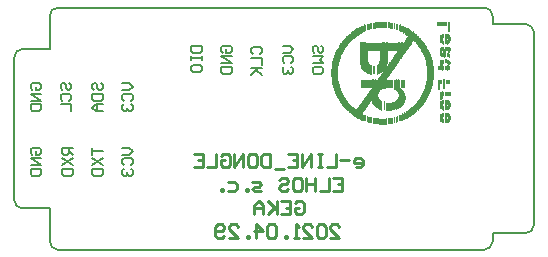
<source format=gbo>
%FSLAX25Y25*%
%MOIN*%
G70*
G01*
G75*
G04 Layer_Color=16776960*
%ADD10R,0.03937X0.03937*%
%ADD11C,0.03937*%
%ADD12R,0.03150X0.03150*%
%ADD13R,0.03150X0.03150*%
%ADD14R,0.00984X0.06299*%
%ADD15R,0.06299X0.00984*%
%ADD16O,0.06299X0.00984*%
%ADD17O,0.03937X0.03937*%
%ADD18R,0.07087X0.04724*%
%ADD19O,0.04000X0.01200*%
%ADD20R,0.04000X0.01200*%
%ADD21R,0.03600X0.03600*%
%ADD22R,0.03600X0.05000*%
%ADD23R,0.09449X0.03937*%
%ADD24R,0.09449X0.12992*%
%ADD25C,0.01000*%
%ADD26C,0.02000*%
%ADD27C,0.04000*%
%ADD28C,0.00787*%
%ADD29C,0.06299*%
%ADD30C,0.03937*%
%ADD31O,0.15748X0.06299*%
%ADD32C,0.06000*%
%ADD33R,0.06000X0.06000*%
%ADD34C,0.11811*%
%ADD35C,0.05512*%
%ADD36C,0.02500*%
%ADD37C,0.04000*%
%ADD38C,0.00984*%
%ADD39C,0.00800*%
%ADD40C,0.01200*%
%ADD41R,0.00000X0.00000*%
%ADD42R,0.07874X0.07874*%
%ADD43C,0.07874*%
%ADD44R,0.03950X0.03950*%
%ADD45R,0.03950X0.03950*%
%ADD46R,0.02184X0.07499*%
%ADD47R,0.07499X0.02184*%
%ADD48O,0.07499X0.02184*%
%ADD49O,0.07874X0.07874*%
%ADD50R,0.07887X0.05524*%
%ADD51O,0.04800X0.02000*%
%ADD52R,0.04800X0.02000*%
%ADD53R,0.04400X0.04400*%
%ADD54R,0.04400X0.05800*%
%ADD55R,0.10249X0.04737*%
%ADD56R,0.10249X0.13792*%
%ADD57C,0.07099*%
%ADD58C,0.04737*%
%ADD59O,0.16548X0.07099*%
%ADD60C,0.06800*%
%ADD61R,0.06800X0.06800*%
%ADD62C,0.12611*%
%ADD63R,0.00129X0.02943*%
%ADD64R,0.00129X0.04972*%
%ADD65R,0.00129X0.06543*%
%ADD66R,0.00129X0.07886*%
%ADD67R,0.00129X0.08900*%
%ADD68R,0.00129X0.09686*%
%ADD69R,0.00129X0.10700*%
%ADD70R,0.00129X0.11486*%
%ADD71R,0.00129X0.11943*%
%ADD72R,0.00129X0.12729*%
%ADD73R,0.00129X0.13286*%
%ADD74R,0.00129X0.13972*%
%ADD75R,0.00129X0.14529*%
%ADD76R,0.00129X0.15086*%
%ADD77R,0.00129X0.15543*%
%ADD78R,0.00129X0.16100*%
%ADD79R,0.00129X0.06914*%
%ADD80R,0.00129X0.06957*%
%ADD81R,0.00129X0.06186*%
%ADD82R,0.00129X0.06214*%
%ADD83R,0.00129X0.05514*%
%ADD84R,0.00129X0.05543*%
%ADD85R,0.00129X0.05300*%
%ADD86R,0.00129X0.04986*%
%ADD87R,0.00129X0.05057*%
%ADD88R,0.00129X0.04800*%
%ADD89R,0.00129X0.04786*%
%ADD90R,0.00129X0.04614*%
%ADD91R,0.00129X0.04643*%
%ADD92R,0.00129X0.04329*%
%ADD93R,0.00129X0.04372*%
%ADD94R,0.00129X0.04372*%
%ADD95R,0.00129X0.04329*%
%ADD96R,0.00129X0.04086*%
%ADD97R,0.00129X0.04157*%
%ADD98R,0.00129X0.04029*%
%ADD99R,0.00129X0.03986*%
%ADD100R,0.00129X0.03972*%
%ADD101R,0.00129X0.03943*%
%ADD102R,0.00129X0.03814*%
%ADD103R,0.00129X0.03872*%
%ADD104R,0.00129X0.03757*%
%ADD105R,0.00129X0.03700*%
%ADD106R,0.00129X0.03643*%
%ADD107R,0.00129X0.03586*%
%ADD108R,0.00129X0.03486*%
%ADD109R,0.00129X0.03514*%
%ADD110R,0.00129X0.03457*%
%ADD111R,0.00129X0.03443*%
%ADD112R,0.00129X0.03300*%
%ADD113R,0.00129X0.03372*%
%ADD114R,0.00129X0.03372*%
%ADD115R,0.00129X0.03300*%
%ADD116R,0.00129X0.03214*%
%ADD117R,0.00129X0.03229*%
%ADD118R,0.00129X0.03186*%
%ADD119R,0.00129X0.03257*%
%ADD120R,0.00129X0.03129*%
%ADD121R,0.00129X0.03086*%
%ADD122R,0.00129X0.03100*%
%ADD123R,0.00129X0.03114*%
%ADD124R,0.00129X0.03072*%
%ADD125R,0.00129X0.03043*%
%ADD126R,0.00129X0.02914*%
%ADD127R,0.00129X0.02972*%
%ADD128R,0.00129X0.02986*%
%ADD129R,0.00129X0.03000*%
%ADD130R,0.00129X0.02957*%
%ADD131R,0.00129X0.02929*%
%ADD132R,0.00129X0.02843*%
%ADD133R,0.00129X0.02814*%
%ADD134R,0.00129X0.02786*%
%ADD135R,0.00129X0.02872*%
%ADD136R,0.00129X0.02657*%
%ADD137R,0.00129X0.02672*%
%ADD138R,0.00129X0.02729*%
%ADD139R,0.00129X0.02700*%
%ADD140R,0.00129X0.02743*%
%ADD141R,0.00129X0.02686*%
%ADD142R,0.00129X0.02614*%
%ADD143R,0.00129X0.02586*%
%ADD144R,0.00129X0.02686*%
%ADD145R,0.00129X0.02743*%
%ADD146R,0.00129X0.02557*%
%ADD147R,0.00129X0.02543*%
%ADD148R,0.00129X0.02529*%
%ADD149R,0.00129X0.02572*%
%ADD150R,0.00129X0.02600*%
%ADD151R,0.00129X0.02472*%
%ADD152R,0.00129X0.02400*%
%ADD153R,0.00129X0.02443*%
%ADD154R,0.00129X0.02429*%
%ADD155R,0.00129X0.02414*%
%ADD156R,0.00129X0.02457*%
%ADD157R,0.00129X0.02486*%
%ADD158R,0.00257X0.02457*%
%ADD159R,0.00129X0.02814*%
%ADD160R,0.00129X0.02300*%
%ADD161R,0.00129X0.03343*%
%ADD162R,0.00129X0.03572*%
%ADD163R,0.00129X0.02272*%
%ADD164R,0.00257X0.02343*%
%ADD165R,0.00129X0.04100*%
%ADD166R,0.00129X0.04200*%
%ADD167R,0.00257X0.02314*%
%ADD168R,0.00129X0.04629*%
%ADD169R,0.00129X0.06600*%
%ADD170R,0.03986X0.02814*%
%ADD171R,0.00129X0.04729*%
%ADD172R,0.00257X0.02286*%
%ADD173R,0.00129X0.07629*%
%ADD174R,0.00129X0.05157*%
%ADD175R,0.00129X0.08014*%
%ADD176R,0.00129X0.05257*%
%ADD177R,0.00129X0.02357*%
%ADD178R,0.00129X0.08400*%
%ADD179R,0.00129X0.05686*%
%ADD180R,0.00129X0.02229*%
%ADD181R,0.00129X0.08657*%
%ADD182R,0.00129X0.05786*%
%ADD183R,0.00129X0.02329*%
%ADD184R,0.00129X0.08786*%
%ADD185R,0.00129X0.06014*%
%ADD186R,0.00129X0.02200*%
%ADD187R,0.00129X0.09043*%
%ADD188R,0.00129X0.02214*%
%ADD189R,0.00129X0.09172*%
%ADD190R,0.00129X0.03714*%
%ADD191R,0.00129X0.02343*%
%ADD192R,0.00257X0.02172*%
%ADD193R,0.00129X0.09300*%
%ADD194R,0.00129X0.03886*%
%ADD195R,0.00257X0.02143*%
%ADD196R,0.00129X0.09429*%
%ADD197R,0.00129X0.03729*%
%ADD198R,0.00257X0.02143*%
%ADD199R,0.00129X0.09557*%
%ADD200R,0.00129X0.03700*%
%ADD201R,0.00257X0.02172*%
%ADD202R,0.00129X0.03743*%
%ADD203R,0.00129X0.09814*%
%ADD204R,0.00257X0.02214*%
%ADD205R,0.00257X0.09943*%
%ADD206R,0.00129X0.03886*%
%ADD207R,0.00257X0.02200*%
%ADD208R,0.00386X0.02186*%
%ADD209R,0.00129X0.10072*%
%ADD210R,0.00129X0.03900*%
%ADD211R,0.00386X0.02229*%
%ADD212R,0.00257X0.10200*%
%ADD213R,0.00129X0.03714*%
%ADD214R,0.00257X0.02157*%
%ADD215R,0.00129X0.10329*%
%ADD216R,0.04371X0.03000*%
%ADD217R,0.00129X0.04629*%
%ADD218R,0.00129X0.02029*%
%ADD219R,0.00129X0.04029*%
%ADD220R,0.00129X0.03900*%
%ADD221R,0.00129X0.02057*%
%ADD222R,0.00257X0.02229*%
%ADD223R,0.00257X0.02186*%
%ADD224R,0.00129X0.03557*%
%ADD225R,0.00129X0.02100*%
%ADD226R,0.00129X0.03357*%
%ADD227R,0.00129X0.02086*%
%ADD228R,0.00386X0.02200*%
%ADD229R,0.00129X0.03386*%
%ADD230R,0.00129X0.03729*%
%ADD231R,0.00386X0.02214*%
%ADD232R,0.00257X0.03186*%
%ADD233R,0.00129X0.02072*%
%ADD234R,0.00129X0.02014*%
%ADD235R,0.00257X0.03114*%
%ADD236R,0.00386X0.02043*%
%ADD237R,0.00129X0.04286*%
%ADD238R,0.01157X0.02914*%
%ADD239R,0.00129X0.07572*%
%ADD240R,0.00129X0.07829*%
%ADD241R,0.00129X0.08086*%
%ADD242R,0.00129X0.08343*%
%ADD243R,0.00514X0.02014*%
%ADD244R,0.00129X0.08472*%
%ADD245R,0.00514X0.02072*%
%ADD246R,0.00129X0.08600*%
%ADD247R,0.00129X0.08729*%
%ADD248R,0.00257X0.08986*%
%ADD249R,0.00129X0.02214*%
%ADD250R,0.00129X0.02200*%
%ADD251R,0.00900X0.02086*%
%ADD252R,0.00386X0.03114*%
%ADD253R,0.00129X0.09114*%
%ADD254R,0.00900X0.02100*%
%ADD255R,0.00129X0.09243*%
%ADD256R,0.00129X0.09372*%
%ADD257R,0.00257X0.03086*%
%ADD258R,0.00257X0.09500*%
%ADD259R,0.00129X0.03186*%
%ADD260R,0.00129X0.09629*%
%ADD261R,0.00129X0.03386*%
%ADD262R,0.00129X0.03957*%
%ADD263R,0.00129X0.02186*%
%ADD264R,0.02700X0.02057*%
%ADD265R,0.00129X0.03457*%
%ADD266R,0.00129X0.04400*%
%ADD267R,0.02700X0.02029*%
%ADD268R,0.00129X0.04343*%
%ADD269R,0.00129X0.03857*%
%ADD270R,0.00129X0.04414*%
%ADD271R,0.00129X0.04486*%
%ADD272R,0.00129X0.04729*%
%ADD273R,0.00129X0.04457*%
%ADD274R,0.00129X0.03114*%
%ADD275R,0.00257X0.10200*%
%ADD276R,0.00129X0.10072*%
%ADD277R,0.00257X0.02943*%
%ADD278R,0.00257X0.09943*%
%ADD279R,0.00129X0.05000*%
%ADD280R,0.00386X0.02972*%
%ADD281R,0.00129X0.05272*%
%ADD282R,0.00129X0.09686*%
%ADD283R,0.00129X0.05372*%
%ADD284R,0.00129X0.09557*%
%ADD285R,0.00129X0.05443*%
%ADD286R,0.00386X0.02872*%
%ADD287R,0.00129X0.05643*%
%ADD288R,0.00129X0.09300*%
%ADD289R,0.00129X0.05743*%
%ADD290R,0.00129X0.06043*%
%ADD291R,0.00257X0.03000*%
%ADD292R,0.00129X0.09043*%
%ADD293R,0.00129X0.06314*%
%ADD294R,0.02057X0.02800*%
%ADD295R,0.00129X0.08657*%
%ADD296R,0.00129X0.06414*%
%ADD297R,0.00129X0.08400*%
%ADD298R,0.00129X0.06514*%
%ADD299R,0.00129X0.08143*%
%ADD300R,0.01543X0.02814*%
%ADD301R,0.00129X0.02186*%
%ADD302R,0.00129X0.07757*%
%ADD303R,0.00129X0.02229*%
%ADD304R,0.00129X0.07243*%
%ADD305R,0.00129X0.03872*%
%ADD306R,0.00129X0.06214*%
%ADD307R,0.03343X0.03000*%
%ADD308R,0.00129X0.03743*%
%ADD309R,0.00643X0.02943*%
%ADD310R,0.00643X0.02872*%
%ADD311R,0.00386X0.02043*%
%ADD312R,0.00386X0.03072*%
%ADD313R,0.00129X0.03757*%
%ADD314R,0.00257X0.02843*%
%ADD315R,0.00257X0.03200*%
%ADD316R,0.00129X0.02072*%
%ADD317R,0.00129X0.02014*%
%ADD318R,0.00257X0.03329*%
%ADD319R,0.00257X0.02914*%
%ADD320R,0.00129X0.03586*%
%ADD321R,0.00257X0.02229*%
%ADD322R,0.00257X0.02186*%
%ADD323R,0.00129X0.03843*%
%ADD324R,0.00129X0.02029*%
%ADD325R,0.00129X0.03814*%
%ADD326R,0.00129X0.02057*%
%ADD327R,0.00257X0.02157*%
%ADD328R,0.00129X0.04100*%
%ADD329R,0.00129X0.03357*%
%ADD330R,0.00129X0.06729*%
%ADD331R,0.00129X0.04357*%
%ADD332R,0.00129X0.03429*%
%ADD333R,0.00129X0.06472*%
%ADD334R,0.00129X0.04743*%
%ADD335R,0.00129X0.03829*%
%ADD336R,0.00129X0.06343*%
%ADD337R,0.00257X0.09500*%
%ADD338R,0.00257X0.02214*%
%ADD339R,0.00129X0.05957*%
%ADD340R,0.00257X0.02200*%
%ADD341R,0.00129X0.05829*%
%ADD342R,0.01543X0.02557*%
%ADD343R,0.00257X0.06543*%
%ADD344R,0.00129X0.02343*%
%ADD345R,0.00129X0.05572*%
%ADD346R,0.00129X0.02300*%
%ADD347R,0.00129X0.05314*%
%ADD348R,0.00129X0.06086*%
%ADD349R,0.00129X0.05757*%
%ADD350R,0.00129X0.04929*%
%ADD351R,0.00129X0.05529*%
%ADD352R,0.00129X0.04672*%
%ADD353R,0.00129X0.04543*%
%ADD354R,0.00129X0.04843*%
%ADD355R,0.00129X0.02329*%
%ADD356R,0.00129X0.04286*%
%ADD357R,0.00129X0.04514*%
%ADD358R,0.00129X0.02314*%
%ADD359R,0.00129X0.02357*%
%ADD360R,0.00129X0.02286*%
%ADD361R,0.00257X0.02286*%
%ADD362R,0.00129X0.03772*%
%ADD363R,0.00129X0.03172*%
%ADD364R,0.00257X0.02357*%
%ADD365R,0.00129X0.03843*%
%ADD366R,0.00129X0.02486*%
%ADD367R,0.00257X0.02314*%
%ADD368R,0.00129X0.03686*%
%ADD369R,0.00129X0.01372*%
%ADD370R,0.00257X0.02329*%
%ADD371R,0.00257X0.02343*%
%ADD372R,0.00257X0.02300*%
%ADD373R,0.00129X0.02272*%
%ADD374R,0.00129X0.03857*%
%ADD375R,0.00257X0.02414*%
%ADD376R,0.00129X0.02457*%
%ADD377R,0.00129X0.05500*%
%ADD378R,0.00129X0.05272*%
%ADD379R,0.00129X0.02429*%
%ADD380R,0.00129X0.04914*%
%ADD381R,0.00129X0.04786*%
%ADD382R,0.00129X0.02600*%
%ADD383R,0.00129X0.02572*%
%ADD384R,0.00129X0.03614*%
%ADD385R,0.00129X0.02586*%
%ADD386R,0.00129X0.03129*%
%ADD387R,0.00129X0.02800*%
%ADD388R,0.00129X0.02657*%
%ADD389R,0.00129X0.02700*%
%ADD390R,0.00129X0.02729*%
%ADD391R,0.00129X0.02672*%
%ADD392R,0.00129X0.02843*%
%ADD393R,0.00129X0.03000*%
%ADD394R,0.00129X0.02986*%
%ADD395R,0.00129X0.02929*%
%ADD396R,0.00129X0.02957*%
%ADD397R,0.00129X0.03072*%
%ADD398R,0.00129X0.03043*%
%ADD399R,0.00129X0.03086*%
%ADD400R,0.00129X0.03257*%
%ADD401R,0.00129X0.03443*%
%ADD402R,0.00129X0.03643*%
%ADD403R,0.00129X0.03986*%
%ADD404R,0.00129X0.04800*%
%ADD405R,0.00129X0.05300*%
%ADD406R,0.00129X0.06186*%
%ADD407R,0.00129X0.06914*%
%ADD408R,0.00129X0.06957*%
%ADD409R,0.00129X0.15543*%
%ADD410R,0.00129X0.14529*%
%ADD411R,0.00129X0.13286*%
%ADD412R,0.00129X0.12729*%
%ADD413R,0.00129X0.11486*%
%ADD414R,0.00129X0.07886*%
%ADD415R,0.00129X0.06543*%
%ADD416R,0.00129X0.02943*%
%ADD417R,0.03343X0.01543*%
%ADD418R,0.01157X0.01372*%
%ADD419R,0.01029X0.03429*%
%ADD420R,0.00129X0.01457*%
%ADD421R,0.00129X0.01629*%
%ADD422R,0.00129X0.01000*%
%ADD423R,0.00514X0.01500*%
%ADD424R,0.00129X0.00814*%
%ADD425R,0.00129X0.01443*%
%ADD426R,0.00129X0.01386*%
%ADD427R,0.00129X0.02043*%
%ADD428R,0.00129X0.02414*%
%ADD429R,0.00257X0.01257*%
%ADD430R,0.00257X0.01272*%
%ADD431R,0.00129X0.02472*%
%ADD432R,0.00129X0.02400*%
%ADD433R,0.00257X0.02543*%
%ADD434R,0.01029X0.03172*%
%ADD435R,0.00129X0.03472*%
%ADD436R,0.00129X0.03243*%
%ADD437R,0.00129X0.01457*%
%ADD438R,0.00257X0.01500*%
%ADD439R,0.00129X0.01529*%
%ADD440R,0.00129X0.01543*%
%ADD441R,0.00129X0.01672*%
%ADD442R,0.00129X0.01443*%
%ADD443R,0.00129X0.01386*%
%ADD444R,0.00257X0.01429*%
%ADD445R,0.00257X0.01386*%
%ADD446R,0.00129X0.01414*%
%ADD447R,0.00257X0.01572*%
%ADD448R,0.00129X0.01772*%
%ADD449R,0.00129X0.00286*%
%ADD450R,0.00257X0.01414*%
%ADD451R,0.00257X0.01372*%
%ADD452R,0.00257X0.01457*%
%ADD453R,0.00129X0.01514*%
%ADD454R,0.00129X0.01643*%
%ADD455R,0.00257X0.01400*%
%ADD456R,0.00129X0.01286*%
%ADD457R,0.01157X0.01386*%
%ADD458R,0.00257X0.01514*%
%ADD459R,0.00257X0.01386*%
%ADD460R,0.00129X0.01272*%
%ADD461R,0.00257X0.01429*%
%ADD462R,0.00129X0.01314*%
%ADD463R,0.00129X0.01929*%
%ADD464R,0.00129X0.01400*%
%ADD465R,0.00643X0.03714*%
%ADD466R,0.01929X0.01386*%
%ADD467R,0.00643X0.03700*%
%ADD468R,0.00643X0.03743*%
%ADD469R,0.01800X0.01500*%
%ADD470R,0.00129X0.03229*%
%ADD471R,0.00129X0.03329*%
%ADD472R,0.00386X0.01429*%
%ADD473R,0.00129X0.01572*%
%ADD474R,0.00386X0.01443*%
%ADD475R,0.01029X0.03472*%
%ADD476R,0.00257X0.01529*%
%ADD477R,0.00129X0.01543*%
%ADD478R,0.00129X0.01586*%
%ADD479R,0.00129X0.01629*%
%ADD480R,0.00129X0.01514*%
%ADD481R,0.00129X0.03629*%
%ADD482R,0.00257X0.03372*%
%ADD483R,0.00257X0.03429*%
%ADD484R,0.00129X0.03172*%
%ADD485R,0.00129X0.01914*%
%ADD486R,0.00129X0.01657*%
%ADD487R,0.00257X0.01272*%
%ADD488R,0.00129X0.02143*%
%ADD489R,0.00129X0.01686*%
%ADD490R,0.00129X0.01429*%
%ADD491R,0.00129X0.02172*%
%ADD492R,0.00129X0.00872*%
D25*
X93458Y15560D02*
X94207Y16310D01*
X95707D01*
X96457Y15560D01*
Y12561D01*
X95707Y11811D01*
X94207D01*
X93458Y12561D01*
Y14060D01*
X94957D01*
X88959Y16310D02*
X91958D01*
Y11811D01*
X88959D01*
X91958Y14060D02*
X90459D01*
X87460Y16310D02*
Y11811D01*
Y13311D01*
X84461Y16310D01*
X86710Y14060D01*
X84461Y11811D01*
X82961D02*
Y14810D01*
X81462Y16310D01*
X79962Y14810D01*
Y11811D01*
Y14060D01*
X82961D01*
X113892Y27559D02*
X115392D01*
X116142Y28309D01*
Y29808D01*
X115392Y30558D01*
X113892D01*
X113143Y29808D01*
Y29059D01*
X116142D01*
X111643Y29808D02*
X108644D01*
X107145Y32058D02*
Y27559D01*
X104146D01*
X102646Y32058D02*
X101147D01*
X101896D01*
Y27559D01*
X102646D01*
X101147D01*
X98897D02*
Y32058D01*
X95898Y27559D01*
Y32058D01*
X91400D02*
X94399D01*
Y27559D01*
X91400D01*
X94399Y29808D02*
X92899D01*
X89900Y26809D02*
X86901D01*
X85402Y32058D02*
Y27559D01*
X83152D01*
X82403Y28309D01*
Y31308D01*
X83152Y32058D01*
X85402D01*
X78654D02*
X80153D01*
X80903Y31308D01*
Y28309D01*
X80153Y27559D01*
X78654D01*
X77904Y28309D01*
Y31308D01*
X78654Y32058D01*
X76405Y27559D02*
Y32058D01*
X73405Y27559D01*
Y32058D01*
X68907Y31308D02*
X69657Y32058D01*
X71156D01*
X71906Y31308D01*
Y28309D01*
X71156Y27559D01*
X69657D01*
X68907Y28309D01*
Y29808D01*
X70407D01*
X67407Y32058D02*
Y27559D01*
X64408D01*
X59910Y32058D02*
X62909D01*
Y27559D01*
X59910D01*
X62909Y29808D02*
X61409D01*
X106340Y23991D02*
X109339D01*
Y19492D01*
X106340D01*
X109339Y21741D02*
X107839D01*
X104840Y23991D02*
Y19492D01*
X101841D01*
X100341Y23991D02*
Y19492D01*
Y21741D01*
X97342D01*
Y23991D01*
Y19492D01*
X93594Y23991D02*
X95093D01*
X95843Y23241D01*
Y20242D01*
X95093Y19492D01*
X93594D01*
X92844Y20242D01*
Y23241D01*
X93594Y23991D01*
X88345Y23241D02*
X89095Y23991D01*
X90595D01*
X91344Y23241D01*
Y22491D01*
X90595Y21741D01*
X89095D01*
X88345Y20992D01*
Y20242D01*
X89095Y19492D01*
X90595D01*
X91344Y20242D01*
X82347Y19492D02*
X80098D01*
X79348Y20242D01*
X80098Y20992D01*
X81598D01*
X82347Y21741D01*
X81598Y22491D01*
X79348D01*
X77849Y19492D02*
Y20242D01*
X77099D01*
Y19492D01*
X77849D01*
X71101Y22491D02*
X73350D01*
X74100Y21741D01*
Y20242D01*
X73350Y19492D01*
X71101D01*
X69601D02*
Y20242D01*
X68852D01*
Y19492D01*
X69601D01*
X105269Y3937D02*
X108268D01*
X105269Y6936D01*
Y7686D01*
X106018Y8436D01*
X107518D01*
X108268Y7686D01*
X103769D02*
X103019Y8436D01*
X101520D01*
X100770Y7686D01*
Y4687D01*
X101520Y3937D01*
X103019D01*
X103769Y4687D01*
Y7686D01*
X96272Y3937D02*
X99271D01*
X96272Y6936D01*
Y7686D01*
X97021Y8436D01*
X98521D01*
X99271Y7686D01*
X94772Y3937D02*
X93273D01*
X94022D01*
Y8436D01*
X94772Y7686D01*
X91023Y3937D02*
Y4687D01*
X90273D01*
Y3937D01*
X91023D01*
X87274Y7686D02*
X86525Y8436D01*
X85025D01*
X84276Y7686D01*
Y4687D01*
X85025Y3937D01*
X86525D01*
X87274Y4687D01*
Y7686D01*
X80527Y3937D02*
Y8436D01*
X82776Y6186D01*
X79777D01*
X78277Y3937D02*
Y4687D01*
X77528D01*
Y3937D01*
X78277D01*
X71530D02*
X74529D01*
X71530Y6936D01*
Y7686D01*
X72279Y8436D01*
X73779D01*
X74529Y7686D01*
X70030Y4687D02*
X69280Y3937D01*
X67781D01*
X67031Y4687D01*
Y7686D01*
X67781Y8436D01*
X69280D01*
X70030Y7686D01*
Y6936D01*
X69280Y6186D01*
X67031D01*
D28*
X156693Y0D02*
G03*
X159449Y2756I0J2756D01*
G01*
X170472Y5512D02*
G03*
X173228Y8268I0J2756D01*
G01*
X159449Y77953D02*
G03*
X156693Y80709I-2756J0D01*
G01*
X173228Y72441D02*
G03*
X170472Y75197I-2756J0D01*
G01*
X11811Y2756D02*
G03*
X14567Y0I2756J0D01*
G01*
X0Y16535D02*
G03*
X2756Y13780I2756J0D01*
G01*
X14567Y80709D02*
G03*
X11811Y77953I0J-2756D01*
G01*
X2756Y66929D02*
G03*
X0Y64173I0J-2756D01*
G01*
X14567Y80709D02*
X156693D01*
X159449Y75197D02*
Y77953D01*
X173228Y8268D02*
Y72441D01*
X159449Y75197D02*
X170472D01*
X159449Y5512D02*
X170472D01*
X159449Y2756D02*
Y5512D01*
X14567Y0D02*
X156693D01*
X11811Y66929D02*
Y77953D01*
X2756Y66929D02*
X11811D01*
X0Y16535D02*
Y64173D01*
X2756Y13780D02*
X11811D01*
Y2756D02*
Y13780D01*
D39*
X100084Y65667D02*
X99501Y66251D01*
Y67417D01*
X100084Y68000D01*
X100667D01*
X101251Y67417D01*
Y66251D01*
X101834Y65667D01*
X102417D01*
X103000Y66251D01*
Y67417D01*
X102417Y68000D01*
X99501Y64501D02*
X103000D01*
X101834Y63335D01*
X103000Y62169D01*
X99501D01*
Y59253D02*
Y60419D01*
X100084Y61002D01*
X102417D01*
X103000Y60419D01*
Y59253D01*
X102417Y58670D01*
X100084D01*
X99501Y59253D01*
X89501Y68000D02*
X91834D01*
X93000Y66834D01*
X91834Y65667D01*
X89501D01*
X90084Y62169D02*
X89501Y62752D01*
Y63918D01*
X90084Y64501D01*
X92417D01*
X93000Y63918D01*
Y62752D01*
X92417Y62169D01*
X90084Y61002D02*
X89501Y60419D01*
Y59253D01*
X90084Y58670D01*
X90667D01*
X91251Y59253D01*
Y59836D01*
Y59253D01*
X91834Y58670D01*
X92417D01*
X93000Y59253D01*
Y60419D01*
X92417Y61002D01*
X79584Y65167D02*
X79001Y65751D01*
Y66917D01*
X79584Y67500D01*
X81917D01*
X82500Y66917D01*
Y65751D01*
X81917Y65167D01*
X79001Y64001D02*
X82500D01*
Y61669D01*
X79001Y60502D02*
X82500D01*
X81334D01*
X79001Y58170D01*
X80751Y59919D01*
X82500Y58170D01*
X69584Y65667D02*
X69001Y66251D01*
Y67417D01*
X69584Y68000D01*
X71917D01*
X72500Y67417D01*
Y66251D01*
X71917Y65667D01*
X70751D01*
Y66834D01*
X72500Y64501D02*
X69001D01*
X72500Y62169D01*
X69001D01*
Y61002D02*
X72500D01*
Y59253D01*
X71917Y58670D01*
X69584D01*
X69001Y59253D01*
Y61002D01*
X59001Y68000D02*
X62500D01*
Y66251D01*
X61917Y65667D01*
X59584D01*
X59001Y66251D01*
Y68000D01*
Y64501D02*
Y63335D01*
Y63918D01*
X62500D01*
Y64501D01*
Y63335D01*
X59001Y59836D02*
Y61002D01*
X59584Y61585D01*
X61917D01*
X62500Y61002D01*
Y59836D01*
X61917Y59253D01*
X59584D01*
X59001Y59836D01*
X26584Y53167D02*
X26001Y53751D01*
Y54917D01*
X26584Y55500D01*
X27167D01*
X27751Y54917D01*
Y53751D01*
X28334Y53167D01*
X28917D01*
X29500Y53751D01*
Y54917D01*
X28917Y55500D01*
X26001Y52001D02*
X29500D01*
Y50252D01*
X28917Y49668D01*
X26584D01*
X26001Y50252D01*
Y52001D01*
X29500Y48502D02*
X27167D01*
X26001Y47336D01*
X27167Y46170D01*
X29500D01*
X27751D01*
Y48502D01*
X16084Y53167D02*
X15501Y53751D01*
Y54917D01*
X16084Y55500D01*
X16667D01*
X17251Y54917D01*
Y53751D01*
X17834Y53167D01*
X18417D01*
X19000Y53751D01*
Y54917D01*
X18417Y55500D01*
X16084Y49668D02*
X15501Y50252D01*
Y51418D01*
X16084Y52001D01*
X18417D01*
X19000Y51418D01*
Y50252D01*
X18417Y49668D01*
X15501Y48502D02*
X19000D01*
Y46170D01*
X6084Y53167D02*
X5501Y53751D01*
Y54917D01*
X6084Y55500D01*
X8417D01*
X9000Y54917D01*
Y53751D01*
X8417Y53167D01*
X7251D01*
Y54334D01*
X9000Y52001D02*
X5501D01*
X9000Y49668D01*
X5501D01*
Y48502D02*
X9000D01*
Y46753D01*
X8417Y46170D01*
X6084D01*
X5501Y46753D01*
Y48502D01*
X36001Y55500D02*
X38334D01*
X39500Y54334D01*
X38334Y53167D01*
X36001D01*
X36584Y49668D02*
X36001Y50252D01*
Y51418D01*
X36584Y52001D01*
X38917D01*
X39500Y51418D01*
Y50252D01*
X38917Y49668D01*
X36584Y48502D02*
X36001Y47919D01*
Y46753D01*
X36584Y46170D01*
X37167D01*
X37751Y46753D01*
Y47336D01*
Y46753D01*
X38334Y46170D01*
X38917D01*
X39500Y46753D01*
Y47919D01*
X38917Y48502D01*
X19500Y34000D02*
X16001D01*
Y32251D01*
X16584Y31667D01*
X17751D01*
X18334Y32251D01*
Y34000D01*
Y32834D02*
X19500Y31667D01*
X16001Y30501D02*
X19500Y28168D01*
X16001D02*
X19500Y30501D01*
X16001Y27002D02*
X19500D01*
Y25253D01*
X18917Y24670D01*
X16584D01*
X16001Y25253D01*
Y27002D01*
X26001Y34000D02*
Y31667D01*
Y32834D01*
X29500D01*
X26001Y30501D02*
X29500Y28168D01*
X26001D02*
X29500Y30501D01*
X26001Y27002D02*
X29500D01*
Y25253D01*
X28917Y24670D01*
X26584D01*
X26001Y25253D01*
Y27002D01*
X36001Y34000D02*
X38334D01*
X39500Y32834D01*
X38334Y31667D01*
X36001D01*
X36584Y28168D02*
X36001Y28752D01*
Y29918D01*
X36584Y30501D01*
X38917D01*
X39500Y29918D01*
Y28752D01*
X38917Y28168D01*
X36584Y27002D02*
X36001Y26419D01*
Y25253D01*
X36584Y24670D01*
X37167D01*
X37751Y25253D01*
Y25836D01*
Y25253D01*
X38334Y24670D01*
X38917D01*
X39500Y25253D01*
Y26419D01*
X38917Y27002D01*
X6084Y31667D02*
X5501Y32251D01*
Y33417D01*
X6084Y34000D01*
X8417D01*
X9000Y33417D01*
Y32251D01*
X8417Y31667D01*
X7251D01*
Y32834D01*
X9000Y30501D02*
X5501D01*
X9000Y28168D01*
X5501D01*
Y27002D02*
X9000D01*
Y25253D01*
X8417Y24670D01*
X6084D01*
X5501Y25253D01*
Y27002D01*
D63*
X105995Y58784D02*
D03*
D64*
X106123Y58770D02*
D03*
X122837Y56070D02*
D03*
X139808Y58770D02*
D03*
D65*
X106251Y58784D02*
D03*
D66*
X106380Y58813D02*
D03*
D67*
X106509Y58805D02*
D03*
X139423D02*
D03*
D68*
X106638Y58812D02*
D03*
X116923Y64212D02*
D03*
D69*
X106766Y58805D02*
D03*
X139166D02*
D03*
D70*
X106894Y58813D02*
D03*
D71*
X107023Y58784D02*
D03*
X138909D02*
D03*
D72*
X107152Y58791D02*
D03*
D73*
X107280Y58813D02*
D03*
D74*
X107408Y58770D02*
D03*
X138523D02*
D03*
D75*
X107537Y58791D02*
D03*
D76*
X107666Y58812D02*
D03*
X138266D02*
D03*
D77*
X107795Y58784D02*
D03*
D78*
X107923Y58805D02*
D03*
X138009D02*
D03*
D79*
X108051Y63599D02*
D03*
D80*
X108052Y53977D02*
D03*
D81*
X108180Y64263D02*
D03*
D82*
X108180Y53348D02*
D03*
X128495Y65948D02*
D03*
D83*
X108308Y64698D02*
D03*
X137623D02*
D03*
D84*
X108308Y52884D02*
D03*
X137623D02*
D03*
D85*
X108438Y65105D02*
D03*
Y52505D02*
D03*
X129523Y50705D02*
D03*
D86*
X108566Y65462D02*
D03*
X137366D02*
D03*
D87*
X108566Y52126D02*
D03*
X129266Y66527D02*
D03*
X137366Y52126D02*
D03*
D88*
X108694Y65756D02*
D03*
X122580Y55856D02*
D03*
D89*
X108694Y51863D02*
D03*
D90*
X108823Y66049D02*
D03*
X121423Y54348D02*
D03*
X137109Y66049D02*
D03*
D91*
X108823Y51534D02*
D03*
X137109D02*
D03*
D92*
X108952Y66291D02*
D03*
X121552Y54591D02*
D03*
X136852Y50991D02*
D03*
D93*
X108951Y51270D02*
D03*
X136851Y66570D02*
D03*
D94*
X109080Y66569D02*
D03*
X136980Y51269D02*
D03*
D95*
X109080Y50991D02*
D03*
X136980Y66291D02*
D03*
D96*
X109209Y66812D02*
D03*
X136723D02*
D03*
D97*
X109209Y50776D02*
D03*
X129909Y66976D02*
D03*
X136723Y50776D02*
D03*
D98*
X109337Y67041D02*
D03*
X122066Y60741D02*
D03*
X130037Y67041D02*
D03*
D99*
X109337Y50562D02*
D03*
D100*
X109466Y67270D02*
D03*
X127851Y54670D02*
D03*
X132737Y70870D02*
D03*
X136466Y67270D02*
D03*
D101*
X109466Y50284D02*
D03*
X136466D02*
D03*
D102*
X109595Y67448D02*
D03*
X118980Y51248D02*
D03*
D103*
X109595Y50119D02*
D03*
X114995Y45619D02*
D03*
X116280Y47419D02*
D03*
D104*
X109723Y67677D02*
D03*
X109852Y49676D02*
D03*
X117823D02*
D03*
X118209Y60476D02*
D03*
X118466Y50577D02*
D03*
X119109Y51477D02*
D03*
X127338Y63177D02*
D03*
X130552Y67677D02*
D03*
X136209D02*
D03*
D105*
X109723Y49905D02*
D03*
X109852Y67905D02*
D03*
X125023Y59805D02*
D03*
X125666Y60705D02*
D03*
X131323Y68805D02*
D03*
X136209Y49905D02*
D03*
D106*
X109980Y68134D02*
D03*
D107*
X109980Y49463D02*
D03*
X121680Y48563D02*
D03*
D108*
X110109Y68312D02*
D03*
X121552Y60212D02*
D03*
X135823Y68312D02*
D03*
D109*
X110108Y49299D02*
D03*
X135823D02*
D03*
D110*
X110238Y68427D02*
D03*
X127338Y54927D02*
D03*
D111*
X110237Y49134D02*
D03*
D112*
X110366Y68605D02*
D03*
X135438Y48805D02*
D03*
X135566Y68605D02*
D03*
D113*
X110366Y48970D02*
D03*
X135437Y68770D02*
D03*
X135566Y48970D02*
D03*
X142637Y61570D02*
D03*
D114*
X110495Y68769D02*
D03*
D115*
X110494Y48806D02*
D03*
D116*
X110623Y68949D02*
D03*
X119108Y59948D02*
D03*
X122066Y48248D02*
D03*
X135309Y68949D02*
D03*
D117*
X110623Y48641D02*
D03*
X135309D02*
D03*
D118*
X110752Y69062D02*
D03*
X121938Y48362D02*
D03*
X127723D02*
D03*
X142766Y43862D02*
D03*
X144823D02*
D03*
D119*
X110752Y48526D02*
D03*
X127852D02*
D03*
X142766Y70126D02*
D03*
X144823D02*
D03*
D120*
X110880Y69291D02*
D03*
D121*
Y48313D02*
D03*
X118980Y60013D02*
D03*
X127594Y48313D02*
D03*
D122*
X111009Y69405D02*
D03*
X134923D02*
D03*
D123*
X111009Y48199D02*
D03*
X127466D02*
D03*
X134923D02*
D03*
D124*
X111137Y69520D02*
D03*
D125*
Y48034D02*
D03*
X114609Y45334D02*
D03*
X122451Y48034D02*
D03*
D126*
X111266Y69699D02*
D03*
X122323Y48098D02*
D03*
X134666Y69699D02*
D03*
X142637Y48098D02*
D03*
X144951D02*
D03*
D127*
X111266Y47870D02*
D03*
X126566D02*
D03*
X134666D02*
D03*
X142251Y61370D02*
D03*
X142508Y65870D02*
D03*
D128*
X111394Y69863D02*
D03*
X111780Y47363D02*
D03*
D129*
X111394Y47756D02*
D03*
X111780Y70256D02*
D03*
D130*
X111523Y69977D02*
D03*
X111652Y47477D02*
D03*
X134409Y69977D02*
D03*
X142638Y43876D02*
D03*
X144952D02*
D03*
D131*
X111523Y47591D02*
D03*
X111652Y70091D02*
D03*
X134409Y47591D02*
D03*
X142638Y70091D02*
D03*
X143666Y65591D02*
D03*
X144952Y70091D02*
D03*
D132*
X111908Y70434D02*
D03*
X112037Y47034D02*
D03*
X134023Y70434D02*
D03*
D133*
X111908Y47148D02*
D03*
X112037Y70548D02*
D03*
X134023Y47148D02*
D03*
D134*
X112166Y70662D02*
D03*
X133766D02*
D03*
D135*
X112166Y46920D02*
D03*
X133766D02*
D03*
D136*
X112294Y70727D02*
D03*
X112680Y46427D02*
D03*
D137*
X112295Y46819D02*
D03*
X112680Y71119D02*
D03*
D138*
X112423Y70891D02*
D03*
X112552Y46591D02*
D03*
X133509Y70891D02*
D03*
X142509Y43891D02*
D03*
D139*
X112423Y46705D02*
D03*
X112552Y71005D02*
D03*
X133509Y46705D02*
D03*
X142509Y70105D02*
D03*
D140*
X112809Y71284D02*
D03*
X132737Y46084D02*
D03*
D141*
X112809Y46312D02*
D03*
X133123D02*
D03*
X142509Y48112D02*
D03*
D142*
X112937Y71349D02*
D03*
X113066Y46148D02*
D03*
X114351Y45248D02*
D03*
X132866Y46148D02*
D03*
D143*
X112937Y46262D02*
D03*
X113066Y71462D02*
D03*
D144*
X113194Y71513D02*
D03*
X145080Y48113D02*
D03*
D145*
X113195Y46084D02*
D03*
X142380Y65884D02*
D03*
D146*
X113323Y71576D02*
D03*
X113966Y45476D02*
D03*
X131966D02*
D03*
D147*
X113323Y45984D02*
D03*
X113966Y72084D02*
D03*
X132608Y45984D02*
D03*
D148*
X113452Y71691D02*
D03*
D149*
X113451Y45870D02*
D03*
D150*
X113580Y71856D02*
D03*
Y45756D02*
D03*
D151*
X113708Y71920D02*
D03*
X131066Y44920D02*
D03*
X145209Y70120D02*
D03*
D152*
X113709Y45655D02*
D03*
X114866Y72655D02*
D03*
X131066D02*
D03*
X132223Y45655D02*
D03*
X145209Y43855D02*
D03*
D153*
X113837Y72034D02*
D03*
X131323Y45034D02*
D03*
D154*
X113838Y45541D02*
D03*
X114609Y72541D02*
D03*
X131323D02*
D03*
X143537Y65341D02*
D03*
D155*
X114095Y72148D02*
D03*
D156*
X114094Y45427D02*
D03*
X142380Y48127D02*
D03*
D157*
X114223Y72312D02*
D03*
Y45312D02*
D03*
X131709D02*
D03*
D158*
X114416Y72427D02*
D03*
X131516D02*
D03*
D159*
X114480Y45348D02*
D03*
X133895Y70548D02*
D03*
D160*
X114737Y72605D02*
D03*
X116409Y73505D02*
D03*
X117052Y43805D02*
D03*
X129523Y73505D02*
D03*
D161*
X114737Y45484D02*
D03*
D162*
X114866Y45470D02*
D03*
D163*
X114995Y72719D02*
D03*
D164*
X115187Y72884D02*
D03*
D165*
X115123Y45605D02*
D03*
X132609Y70805D02*
D03*
D166*
X115252Y45655D02*
D03*
D167*
X115445Y72998D02*
D03*
D168*
X115380Y45741D02*
D03*
D169*
X115509Y65755D02*
D03*
D170*
X117437Y55248D02*
D03*
D171*
X115509Y45791D02*
D03*
X122452Y55691D02*
D03*
D172*
X115702Y73112D02*
D03*
D173*
X115638Y65241D02*
D03*
D174*
Y45877D02*
D03*
D175*
X115766Y65048D02*
D03*
D176*
X115766Y45926D02*
D03*
D177*
X115894Y73277D02*
D03*
D178*
Y64856D02*
D03*
D179*
Y46013D02*
D03*
D180*
X116023Y73341D02*
D03*
X121552Y42741D02*
D03*
X129909Y73341D02*
D03*
X145337Y48141D02*
D03*
D181*
X116023Y64727D02*
D03*
D182*
Y46062D02*
D03*
D183*
X116152Y73391D02*
D03*
D184*
Y64662D02*
D03*
X123866D02*
D03*
D185*
X116151Y46049D02*
D03*
X123737Y56849D02*
D03*
D186*
X116280Y73456D02*
D03*
D187*
X116280Y64534D02*
D03*
D188*
Y44148D02*
D03*
D189*
X116409Y64470D02*
D03*
X123609D02*
D03*
D190*
X116409Y47598D02*
D03*
X117051Y48498D02*
D03*
X118337Y50299D02*
D03*
X124637Y59298D02*
D03*
X125923Y61098D02*
D03*
X126566Y61998D02*
D03*
X127208Y62898D02*
D03*
D191*
X116409Y44084D02*
D03*
X117051Y73784D02*
D03*
X129523Y44084D02*
D03*
D192*
X116601Y73570D02*
D03*
X119173Y74470D02*
D03*
X129073Y43870D02*
D03*
D193*
X116537Y64405D02*
D03*
D194*
Y47812D02*
D03*
X124766Y59512D02*
D03*
X125409Y60412D02*
D03*
X126052Y61312D02*
D03*
D195*
X116601Y43984D02*
D03*
X119173Y43084D02*
D03*
X129073Y73684D02*
D03*
D196*
X116666Y64341D02*
D03*
X123352D02*
D03*
D197*
X116666Y47991D02*
D03*
X117309Y48891D02*
D03*
X117952Y49791D02*
D03*
X119237Y51591D02*
D03*
X124252Y58791D02*
D03*
X125538Y60591D02*
D03*
X126823Y62391D02*
D03*
X127466Y63291D02*
D03*
X130037Y50691D02*
D03*
D198*
X116859Y73684D02*
D03*
X119816Y74584D02*
D03*
X126116D02*
D03*
X126759Y43084D02*
D03*
X129330Y43984D02*
D03*
D199*
X116794Y64277D02*
D03*
D200*
Y48106D02*
D03*
X124380Y58906D02*
D03*
X130680Y67906D02*
D03*
X136080D02*
D03*
D201*
X116859Y43869D02*
D03*
X119816Y42969D02*
D03*
X126116D02*
D03*
X126759Y74469D02*
D03*
X129330Y73569D02*
D03*
D202*
X116923Y48384D02*
D03*
X117566Y49284D02*
D03*
X118209Y50184D02*
D03*
X118851Y51084D02*
D03*
X126437Y61884D02*
D03*
X127723Y63684D02*
D03*
D203*
X117051Y64148D02*
D03*
X122966D02*
D03*
D204*
X117245Y73848D02*
D03*
D205*
Y64084D02*
D03*
D206*
X117180Y48713D02*
D03*
D207*
X117244Y43756D02*
D03*
D208*
X117566Y73963D02*
D03*
X128366D02*
D03*
D209*
X117437Y64020D02*
D03*
D210*
X117438Y49105D02*
D03*
X118723Y50905D02*
D03*
X126309Y61705D02*
D03*
X126952Y62605D02*
D03*
D211*
X117566Y43641D02*
D03*
X128366D02*
D03*
D212*
X117630Y63956D02*
D03*
D213*
X117695Y49398D02*
D03*
X125280Y60198D02*
D03*
X127595Y54798D02*
D03*
D214*
X117887Y74076D02*
D03*
Y43477D02*
D03*
D215*
X117823Y63891D02*
D03*
D216*
X120073Y67555D02*
D03*
D217*
X117952Y61041D02*
D03*
X122323Y55641D02*
D03*
D218*
X118080Y74141D02*
D03*
D219*
Y60741D02*
D03*
X136594Y67041D02*
D03*
D220*
X118080Y50006D02*
D03*
X127594Y63506D02*
D03*
D221*
X118080Y43427D02*
D03*
D222*
X118273Y74241D02*
D03*
D223*
Y43362D02*
D03*
D224*
X118338Y60377D02*
D03*
X121552Y48676D02*
D03*
X121809Y60377D02*
D03*
D225*
X118466Y74305D02*
D03*
X127466D02*
D03*
D226*
X118466Y60277D02*
D03*
D227*
Y43312D02*
D03*
X127466D02*
D03*
D228*
X118723Y74356D02*
D03*
X127209D02*
D03*
D229*
X118594Y60163D02*
D03*
X132994Y70963D02*
D03*
D230*
X118594Y50691D02*
D03*
X124894Y59691D02*
D03*
X126180Y61491D02*
D03*
D231*
X118723Y43248D02*
D03*
X127209D02*
D03*
D232*
X118788Y60062D02*
D03*
D233*
X118980Y74419D02*
D03*
D234*
Y43148D02*
D03*
D235*
X119301Y59899D02*
D03*
D236*
X119495Y74534D02*
D03*
Y43034D02*
D03*
D237*
X119366Y51612D02*
D03*
X129909Y50712D02*
D03*
D238*
X120009Y59798D02*
D03*
D239*
X119495Y52869D02*
D03*
D240*
X119623Y52741D02*
D03*
D241*
X119752Y52612D02*
D03*
D242*
X119880Y52484D02*
D03*
D243*
X120202Y74648D02*
D03*
X125730D02*
D03*
D244*
X120009Y52420D02*
D03*
D245*
X120202Y42919D02*
D03*
X125730D02*
D03*
D246*
X120138Y52355D02*
D03*
D247*
X120266Y52291D02*
D03*
D248*
X120459Y52163D02*
D03*
D249*
X120523Y74748D02*
D03*
X125408D02*
D03*
X129651Y44148D02*
D03*
D250*
X120523Y42855D02*
D03*
X125409D02*
D03*
X129652Y73455D02*
D03*
D251*
X121037Y74812D02*
D03*
X124895D02*
D03*
D252*
X120780Y59898D02*
D03*
D253*
X120651Y52099D02*
D03*
D254*
X121037Y42805D02*
D03*
X124895D02*
D03*
D255*
X120780Y52034D02*
D03*
D256*
X120908Y51970D02*
D03*
X128623D02*
D03*
D257*
X121102Y60012D02*
D03*
D258*
Y51905D02*
D03*
D259*
X121294Y60063D02*
D03*
X135180Y69063D02*
D03*
D260*
X121294Y51841D02*
D03*
D261*
X121423Y60162D02*
D03*
X121809Y48462D02*
D03*
D262*
X121423Y48877D02*
D03*
D263*
X121552Y74862D02*
D03*
X129909Y44262D02*
D03*
D264*
X122966Y74927D02*
D03*
D265*
X121680Y60327D02*
D03*
X135694Y68427D02*
D03*
D266*
X121680Y54756D02*
D03*
D267*
X122966Y42641D02*
D03*
D268*
X121809Y54984D02*
D03*
D269*
X121938Y60527D02*
D03*
D270*
X121937Y55149D02*
D03*
D271*
X122066Y55312D02*
D03*
D272*
X122194Y61091D02*
D03*
D273*
Y55427D02*
D03*
X132480Y70727D02*
D03*
D274*
X122195Y48198D02*
D03*
D275*
X122388Y63955D02*
D03*
D276*
X122580Y64019D02*
D03*
D277*
X122645Y47984D02*
D03*
X127016D02*
D03*
D278*
X122773Y64084D02*
D03*
D279*
X122709Y55955D02*
D03*
D280*
X122966Y47869D02*
D03*
D281*
X122966Y56220D02*
D03*
D282*
X123094Y64213D02*
D03*
X139294Y58813D02*
D03*
D283*
X123095Y56269D02*
D03*
D284*
X123223Y64276D02*
D03*
D285*
X123223Y56434D02*
D03*
X129008Y66334D02*
D03*
D286*
X123352Y47819D02*
D03*
D287*
X123351Y56534D02*
D03*
D288*
X123480Y64406D02*
D03*
D289*
X123480Y56584D02*
D03*
D290*
X123609Y56734D02*
D03*
D291*
X123673Y47755D02*
D03*
D292*
X123737Y64534D02*
D03*
D293*
X123866Y56998D02*
D03*
X129008Y50699D02*
D03*
D294*
X124830Y47656D02*
D03*
D295*
X123994Y64727D02*
D03*
D296*
X123995Y57048D02*
D03*
D297*
X124123Y64855D02*
D03*
D298*
X124123Y57099D02*
D03*
D299*
X124251Y64984D02*
D03*
D300*
X124959Y55248D02*
D03*
D301*
X124380Y74863D02*
D03*
D302*
Y65177D02*
D03*
D303*
Y42741D02*
D03*
D304*
X124509Y65434D02*
D03*
D305*
Y59120D02*
D03*
X125151Y60020D02*
D03*
X136337Y50120D02*
D03*
D306*
X124637Y65948D02*
D03*
X137751Y53348D02*
D03*
D307*
X126373Y67555D02*
D03*
D308*
X125795Y60984D02*
D03*
X127080Y62784D02*
D03*
D309*
X126051Y55184D02*
D03*
D310*
X126180Y47819D02*
D03*
D311*
X126437Y74534D02*
D03*
Y43034D02*
D03*
D312*
X126566Y55119D02*
D03*
D313*
X126694Y62277D02*
D03*
X127980Y64077D02*
D03*
X136080Y49677D02*
D03*
D314*
X126759Y47934D02*
D03*
D315*
X126888Y55055D02*
D03*
X142702Y65855D02*
D03*
D316*
X126951Y74420D02*
D03*
X142251Y43820D02*
D03*
D317*
X126951Y43148D02*
D03*
D318*
X127144Y54991D02*
D03*
D319*
X127273Y48098D02*
D03*
D320*
X127466Y54862D02*
D03*
X135952Y49462D02*
D03*
D321*
X127659Y74241D02*
D03*
D322*
Y43363D02*
D03*
D323*
X127723Y54734D02*
D03*
X130937Y68234D02*
D03*
D324*
X127852Y74141D02*
D03*
X142252Y48041D02*
D03*
D325*
X127851Y63849D02*
D03*
X136337Y67449D02*
D03*
D326*
X127852Y43426D02*
D03*
D327*
X128044Y74077D02*
D03*
Y43477D02*
D03*
D328*
X127980Y54606D02*
D03*
D329*
Y48577D02*
D03*
D330*
X128109Y65691D02*
D03*
D331*
Y54476D02*
D03*
D332*
Y48741D02*
D03*
D333*
X128237Y65820D02*
D03*
D334*
Y54284D02*
D03*
D335*
X128237Y48941D02*
D03*
D336*
X128366Y65884D02*
D03*
D337*
X128430Y51906D02*
D03*
D338*
X128687Y73848D02*
D03*
D339*
X128623Y66076D02*
D03*
D340*
X128688Y43755D02*
D03*
D341*
X128752Y66141D02*
D03*
D342*
X129459Y55377D02*
D03*
D343*
X128816Y50684D02*
D03*
D344*
X128880Y73784D02*
D03*
X131195Y44984D02*
D03*
D345*
X128880Y66269D02*
D03*
D346*
X128880Y43806D02*
D03*
X131194Y72606D02*
D03*
D347*
X129137Y66399D02*
D03*
D348*
X129138Y50712D02*
D03*
X131709Y70512D02*
D03*
D349*
X129266Y50677D02*
D03*
X131837Y70477D02*
D03*
D350*
X129394Y66591D02*
D03*
D351*
Y50691D02*
D03*
D352*
X129523Y66720D02*
D03*
D353*
X129651Y66784D02*
D03*
D354*
Y50734D02*
D03*
D355*
X129780Y73391D02*
D03*
D356*
Y66913D02*
D03*
D357*
X129780Y50698D02*
D03*
D358*
Y44198D02*
D03*
D359*
X130037Y73277D02*
D03*
D360*
Y44312D02*
D03*
D361*
X130230Y73113D02*
D03*
D362*
X130166Y67170D02*
D03*
X130808Y68070D02*
D03*
X131451Y68970D02*
D03*
D363*
X130166Y50670D02*
D03*
X142508Y61470D02*
D03*
D364*
X130230Y44477D02*
D03*
D365*
X130295Y67334D02*
D03*
X131580Y69134D02*
D03*
D366*
X130294Y50713D02*
D03*
D367*
X130487Y72998D02*
D03*
D368*
X130423Y67512D02*
D03*
X131066Y68412D02*
D03*
D369*
X130423Y50670D02*
D03*
X143151Y66870D02*
D03*
X144566Y47070D02*
D03*
D370*
X130488Y44591D02*
D03*
D371*
X130745Y72884D02*
D03*
D372*
X130744Y44706D02*
D03*
D373*
X130937Y72720D02*
D03*
Y44820D02*
D03*
D374*
X131194Y68627D02*
D03*
D375*
X131516Y45148D02*
D03*
X142830Y51448D02*
D03*
D376*
X131837Y45426D02*
D03*
X145209Y48127D02*
D03*
D377*
X131966Y70605D02*
D03*
D378*
X132095Y70619D02*
D03*
D379*
X132094Y45541D02*
D03*
D380*
X132223Y70698D02*
D03*
D381*
X132352Y70762D02*
D03*
X137238Y51862D02*
D03*
D382*
X132352Y45755D02*
D03*
D383*
X132480Y45869D02*
D03*
D384*
X132866Y70948D02*
D03*
D385*
X132994Y46263D02*
D03*
D386*
X133123Y71091D02*
D03*
X135052Y69291D02*
D03*
D387*
X133252Y71055D02*
D03*
D388*
Y46426D02*
D03*
X133637Y70727D02*
D03*
D389*
X133380Y71006D02*
D03*
X145080Y70106D02*
D03*
D390*
X133380Y46591D02*
D03*
X145080Y43891D02*
D03*
D391*
X133637Y46820D02*
D03*
D392*
X133895Y47034D02*
D03*
D393*
X134152Y70255D02*
D03*
X134537Y47755D02*
D03*
D394*
X134152Y47362D02*
D03*
X134537Y69862D02*
D03*
D395*
X134280Y70091D02*
D03*
D396*
Y47477D02*
D03*
D397*
X134795Y69519D02*
D03*
X142380Y61419D02*
D03*
D398*
X134795Y48034D02*
D03*
D399*
X135052Y48312D02*
D03*
D400*
X135180Y48527D02*
D03*
D401*
X135695Y49134D02*
D03*
D402*
X135951Y68134D02*
D03*
D403*
X136594Y50563D02*
D03*
D404*
X137238Y65755D02*
D03*
D405*
X137494Y65106D02*
D03*
Y52506D02*
D03*
D406*
X137752Y64262D02*
D03*
D407*
X137880Y63598D02*
D03*
D408*
X137880Y53977D02*
D03*
D409*
X138137Y58784D02*
D03*
D410*
X138394Y58791D02*
D03*
D411*
X138652Y58812D02*
D03*
D412*
X138780Y58791D02*
D03*
D413*
X139038Y58812D02*
D03*
D414*
X139552D02*
D03*
D415*
X139680Y58784D02*
D03*
D416*
X139937Y58784D02*
D03*
D417*
X142701Y75184D02*
D03*
D418*
X141609Y60569D02*
D03*
X143795D02*
D03*
D419*
X141544Y55041D02*
D03*
D420*
X142123Y70126D02*
D03*
X145466D02*
D03*
D421*
X142123Y65841D02*
D03*
X144052Y66741D02*
D03*
D422*
X142123Y62055D02*
D03*
X145466Y66555D02*
D03*
D423*
X142316Y56006D02*
D03*
D424*
X142123Y50648D02*
D03*
D425*
Y48134D02*
D03*
X143409Y42734D02*
D03*
X145466Y48134D02*
D03*
D426*
X142123Y43862D02*
D03*
X144566Y69062D02*
D03*
X145466Y43862D02*
D03*
D427*
X142251Y70034D02*
D03*
D428*
Y65848D02*
D03*
D429*
X142316Y52027D02*
D03*
D430*
X142316Y50619D02*
D03*
D431*
X142380Y70119D02*
D03*
D432*
X142380Y43856D02*
D03*
D433*
X142573Y51384D02*
D03*
D434*
X143087Y55170D02*
D03*
D435*
X142766Y61620D02*
D03*
D436*
Y48134D02*
D03*
X144823D02*
D03*
D437*
X142894Y71027D02*
D03*
Y69227D02*
D03*
X144694Y71027D02*
D03*
D438*
X142959Y66806D02*
D03*
D439*
X142894Y64891D02*
D03*
X143280D02*
D03*
D440*
X142895Y62584D02*
D03*
X144695D02*
D03*
D441*
X142895Y60719D02*
D03*
X144695D02*
D03*
D442*
X142895Y49034D02*
D03*
Y47234D02*
D03*
X144695Y49034D02*
D03*
D443*
X142894Y44763D02*
D03*
Y42963D02*
D03*
X144694Y44763D02*
D03*
D444*
X143087Y71141D02*
D03*
Y64841D02*
D03*
X144502Y71141D02*
D03*
D445*
X143087Y69062D02*
D03*
D446*
X143023Y62648D02*
D03*
X143409Y68949D02*
D03*
D447*
X143087Y60670D02*
D03*
X144501D02*
D03*
D448*
X143023Y51770D02*
D03*
D449*
X143023Y50512D02*
D03*
D450*
X143087Y49148D02*
D03*
Y42849D02*
D03*
X144501Y62648D02*
D03*
Y49148D02*
D03*
D451*
X143087Y47070D02*
D03*
D452*
X143087Y44927D02*
D03*
X144502D02*
D03*
X145273Y64727D02*
D03*
D453*
X143151Y62699D02*
D03*
D454*
Y51834D02*
D03*
D455*
X143344Y71256D02*
D03*
X144244D02*
D03*
D456*
X143280Y69013D02*
D03*
D457*
X143794Y62763D02*
D03*
D458*
X143345Y51898D02*
D03*
D459*
X143344Y49263D02*
D03*
X144244D02*
D03*
D460*
X143280Y47019D02*
D03*
D461*
X143344Y45041D02*
D03*
X144244D02*
D03*
D462*
X143280Y42798D02*
D03*
D463*
X143409Y65091D02*
D03*
D464*
Y46955D02*
D03*
D465*
X143795Y70098D02*
D03*
D466*
X144438Y51962D02*
D03*
D467*
X143794Y48106D02*
D03*
D468*
X143795Y43884D02*
D03*
D469*
X144502Y56005D02*
D03*
D470*
X143794Y65741D02*
D03*
D471*
X143923Y65791D02*
D03*
D472*
X144180Y64841D02*
D03*
D473*
X144180Y66969D02*
D03*
X144695D02*
D03*
Y47169D02*
D03*
D474*
X144437Y67034D02*
D03*
D475*
X144887Y74220D02*
D03*
D476*
X144502Y64891D02*
D03*
D477*
X144566Y42784D02*
D03*
D478*
X144694Y69163D02*
D03*
D479*
Y64941D02*
D03*
D480*
X144695Y42898D02*
D03*
D481*
X144823Y65941D02*
D03*
D482*
X144887Y61570D02*
D03*
D483*
X145016Y65841D02*
D03*
D484*
X145080Y61469D02*
D03*
D485*
X145209Y66499D02*
D03*
D486*
X145209Y62126D02*
D03*
D487*
X145273Y60520D02*
D03*
D488*
X145337Y70084D02*
D03*
D489*
X145337Y66512D02*
D03*
D490*
Y62141D02*
D03*
D491*
X145337Y43870D02*
D03*
D492*
X145466Y62120D02*
D03*
M02*

</source>
